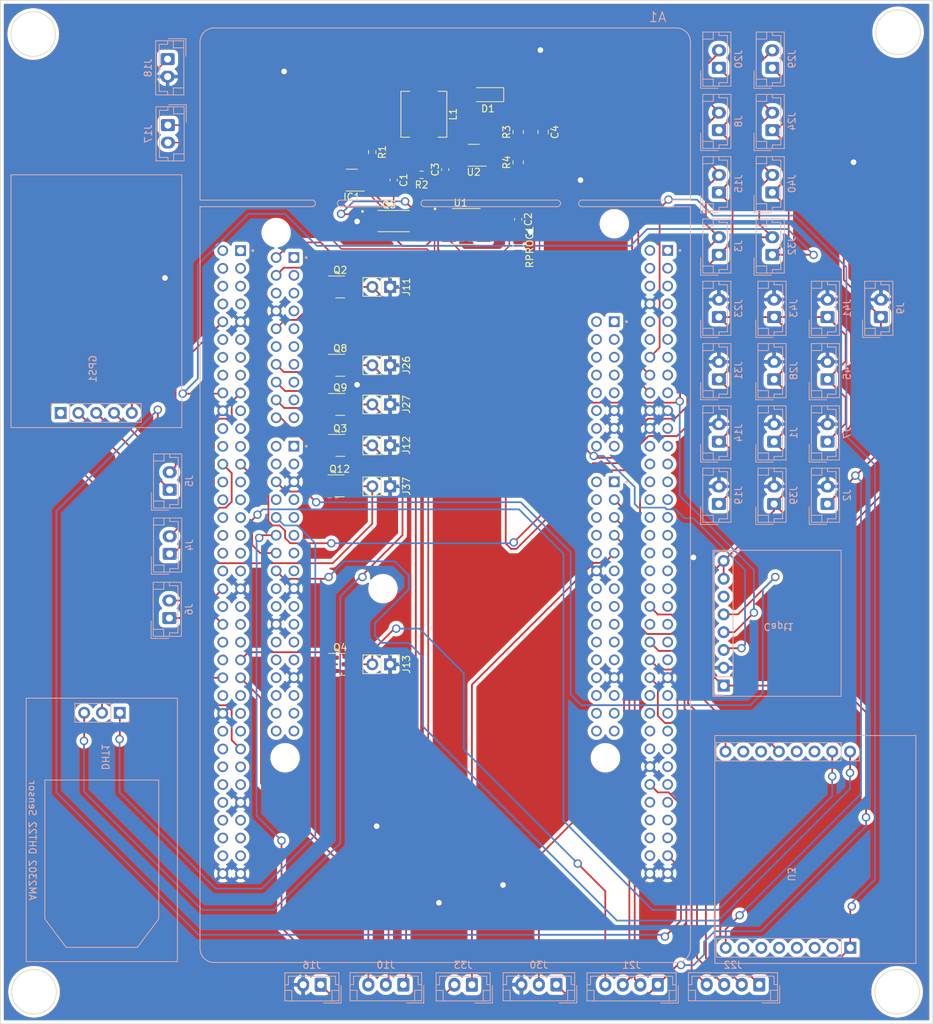
<source format=kicad_pcb>
(kicad_pcb (version 20211014) (generator pcbnew)
  (layers (0 "F.Cu" signal) (31 "B.Cu" signal) (34 "B.Paste" user) (35 "F.Paste" user) (36 "B.SilkS" user "B.Silkscreen") (37 "F.SilkS" user "F.Silkscreen") (38 "B.Mask" user) (39 "F.Mask" user) (44 "Edge.Cuts" user))
  (net 0 "")
  (net 8 "panneau_solaire_-")
  (net 13 "Hard_Reset_In")
  (net 15 "+3.3V")
  (net 17 "VOUT_+")
  (net 37 "Reprogrammation")
  (net 57 "UART3_RX")
  (net 76 "Anémomètre_Phase_1")
  (net 78 "Anémomètre_Phase_2")
  (net 80 "Signal_Foudre")
  (net 82 "Pluviomètre_Mesure")
  (net 101 "I2C1_SCL")
  (net 106 "Wake_css")
  (net 110 "Custom_DHT")
  (net 112 "Pluviomètre_Trigger")
  (net 114 "UART_STM_TX_ESP_RX")
  (net 116 "UART_STM_RX_ESP_TX")
  (net 131 "I2C1_SDA")
  (net 136 "GND_ESP")
  (net 139 "Alimentation_Pluviomètre")
  (net 141 "Alimentation_Sky_Temperature")
  (net 143 "Alimentation_DHT")
  (net 145 "Alimentation_GPS")
  (net 156 "UART3_TX")
  (net 163 "UART1_TX")
  (net 164 "I2C2_SDA")
  (net 170 "I2C2_SCL")
  (net 171 "UART1_RX")
  (net 184 "UART7_TX")
  (net 188 "UART7_RX")
  (net 191 "GND_Anémomètre")
  (net 193 "UART_STM_RX_GPS_TX")
  (net 199 "UART_STM_TX_GPS_RX")
  (net 212 "Net-(C1-Pad1)")
  (net 213 "BATTERIE_-")
  (net 214 "panneau_solaire_+")
  (net 215 "BATTERIE_+")
  (net 217 "GND_DHT")
  (net 219 "GND_GPS")
  (net 220 "Net-(IC1-Pad1)")
  (net 221 "Net-(IC1-Pad2)")
  (net 222 "Net-(IC1-Pad3)")
  (net 224 "GND_Pluviomètre")
  (net 225 "GND_Sky_Temperature")
  (net 226 "Alimentation_ESP")
  (net 227 "Alimentation_Anémomètre")
  (net 228 "unconnected-(Q5-Pad1)")
  (net 229 "Net-(R3-Pad1)")
  (net 230 "Net-(RPROG1-Pad2)")
  (net 233 "Net-(U2-Pad1)")
  (net 244 "Ack_UV")
  (net 246 "SPI4_MOSI")
  (net 247 "SPI4_MISO")
  (net 248 "SPI4_CS")
  (net 249 "SPI4_SCK")
  (footprint "Capacitor_SMD:C_0603_1608Metric" (layer "F.Cu") (at 82.1755 45.989 -90)
    (fp_text reference "C1")
    (fp_text value "0.1uF")
  )
  (footprint "Resistor_SMD:R_0603_1608Metric" (layer "F.Cu") (at 79.1275 41.988 -90)
    (fp_text reference "R1")
    (fp_text value "1K")
  )
  (footprint "Connector_PinHeader_2.54mm:PinHeader_1x02_P2.54mm_Vertical" (layer "F.Cu") (at 81.6725 72.405 -90)
    (fp_text reference "J26")
    (fp_text value "Transistor_Bypass")
  )
  (footprint "Connector_PinHeader_2.54mm:PinHeader_1x02_P2.54mm_Vertical" (layer "F.Cu") (at 81.6725 115.077 -90)
    (fp_text reference "J13")
    (fp_text value "Transistor_Bypass")
  )
  (footprint "Inductor_SMD:L_Vishay_IHLP-2525" (layer "F.Cu") (at 86.4935 36.591 -90)
    (fp_text reference "L1")
    (fp_text value "4.7uH")
  )
  (footprint "Package_TO_SOT_SMD:SOT-23-6" (layer "F.Cu") (at 76.212 45.989 180)
    (property "VALUE" "DW01A")
    (fp_text reference "IC1")
    (fp_text value "DW01A")
  )
  (footprint "Connector_PinHeader_2.54mm:PinHeader_1x02_P2.54mm_Vertical" (layer "F.Cu") (at 81.6725 61.229 -90)
    (fp_text reference "J11")
    (fp_text value "Transistor_Bypass")
  )
  (footprint "Capacitor_SMD:C_0603_1608Metric" (layer "F.Cu") (at 99.9555 51.577 -90)
    (fp_text reference "C2")
    (fp_text value "0.1uF")
  )
  (footprint "Package_TO_SOT_SMD:SOT-23" (layer "F.Cu") (at 74.5555 83.835)
    (fp_text reference "Q3")
    (fp_text value "DHT")
  )
  (footprint "Package_TO_SOT_SMD:SOT-23" (layer "F.Cu") (at 74.5555 61.229)
    (fp_text reference "Q2")
    (fp_text value "ESP")
  )
  (footprint "Package_TO_SOT_SMD:SOT-23" (layer "F.Cu") (at 74.5555 77.993)
    (fp_text reference "Q9")
    (fp_text value "Sky_Temperature")
  )
  (footprint "TP4056:SOP127P600X175-9N" (layer "F.Cu") (at 92.5365 52.593)
    (fp_text reference "U1")
    (fp_text value "TP4056")
  )
  (footprint "FS8205A:SOP65P640X120-8N" (layer "F.Cu") (at 82.1755 51.831)
    (fp_text reference "Q5")
    (fp_text value "FS8205A")
  )
  (footprint "Connector_PinHeader_2.54mm:PinHeader_1x02_P2.54mm_Vertical" (layer "F.Cu") (at 81.6725 77.993 -90)
    (fp_text reference "J27")
    (fp_text value "Transistor_Bypass")
  )
  (footprint "Resistor_SMD:R_0805_2012Metric" (layer "F.Cu") (at 99.9555 55.5375 -90)
    (fp_text reference "RPROG1")
    (fp_text value "1.2K")
  )
  (footprint "Package_TO_SOT_SMD:SOT-23" (layer "F.Cu") (at 74.5555 115.077)
    (fp_text reference "Q4")
    (fp_text value "Anémomètre")
  )
  (footprint "Diode_SMD:D_SOD-123" (layer "F.Cu") (at 95.6375 33.797 180)
    (fp_text reference "D1")
    (fp_text value "1N4001")
  )
  (footprint "Resistor_SMD:R_0805_2012Metric" (layer "F.Cu") (at 99.9555 43.449 90)
    (fp_text reference "R4")
    (fp_text value "1.87K")
  )
  (footprint "Package_TO_SOT_SMD:SOT-23" (layer "F.Cu") (at 74.5555 72.405)
    (fp_text reference "Q8")
    (fp_text value "Pluviomètre")
  )
  (footprint "Connector_PinHeader_2.54mm:PinHeader_1x02_P2.54mm_Vertical" (layer "F.Cu") (at 81.6725 89.677 -90)
    (fp_text reference "J37")
    (fp_text value "Transistor_Bypass")
  )
  (footprint "Capacitor_SMD:C_0603_1608Metric" (layer "F.Cu") (at 89.5415 44.478 90)
    (fp_text reference "C3")
    (fp_text value "10uF")
  )
  (footprint "Connector_PinHeader_2.54mm:PinHeader_1x02_P2.54mm_Vertical" (layer "F.Cu") (at 81.6675 83.835 -90)
    (fp_text reference "J12")
    (fp_text value "Transistor_Bypass")
  )
  (footprint "Capacitor_SMD:C_0805_2012Metric" (layer "F.Cu") (at 103.5115 39.131 -90)
    (fp_text reference "C4")
    (fp_text value "22uF")
  )
  (footprint "Package_TO_SOT_SMD:SOT-23" (layer "F.Cu") (at 74.477 89.611)
    (fp_text reference "Q12")
    (fp_text value "GPS")
  )
  (footprint "Resistor_SMD:R_0603_1608Metric" (layer "F.Cu") (at 86.1765 45.227 180)
    (fp_text reference "R2")
    (fp_text value "100")
  )
  (footprint "Resistor_SMD:R_0805_2012Metric" (layer "F.Cu") (at 99.9555 39.131 90)
    (fp_text reference "R3")
    (fp_text value "5.62K")
  )
  (footprint "Package_TO_SOT_SMD:TSOT-23-5" (layer "F.Cu") (at 93.6055 42.433 180)
    (fp_text reference "U2")
    (fp_text value "MIC2288YD5-TR")
  )
  (footprint "Connector_JST:JST_EH_B2B-EH-A_1x02_P2.50mm_Vertical" (layer "B.Cu") (at 144.1055 92.197 90)
    (fp_text reference "J2")
    (fp_text value "3.3V")
  )
  (footprint "Connector_JST:JST_EH_B2B-EH-A_1x02_P2.50mm_Vertical" (layer "B.Cu") (at 128.6115 56.637 90)
    (fp_text reference "J3")
    (fp_text value "I2C1")
  )
  (footprint "Connector_JST:JST_EH_B2B-EH-A_1x02_P2.50mm_Vertical" (layer "B.Cu") (at 136.2315 47.747 90)
    (fp_text reference "J40")
    (fp_text value "I2C2")
  )
  (footprint "Connector_JST:JST_EH_B2B-EH-A_1x02_P2.50mm_Vertical" (layer "B.Cu") (at 144.1055 74.417 90)
    (fp_text reference "J45")
    (fp_text value "5V")
  )
  (footprint "Connector_JST:JST_EH_B2B-EH-A_1x02_P2.50mm_Vertical" (layer "B.Cu") (at 128.6115 65.527 90)
    (fp_text reference "J23")
    (fp_text value "5V")
  )
  (footprint "Connector_JST:JST_EH_B2B-EH-A_1x02_P2.50mm_Vertical" (layer "B.Cu") (at 136.4855 83.307 90)
    (fp_text reference "J1")
    (fp_text value "5V")
  )
  (footprint "Connector_JST:JST_EH_B3B-EH-A_1x03_P2.50mm_Vertical" (layer "B.Cu") (at 83.566 160.782 180)
    (fp_text reference "J10")
    (fp_text value "PCB_Déporté")
  )
  (footprint "Capteur_station:DHT" (layer "B.Cu") (at 40.5195 128.285 90)
    (fp_text reference "DHT1")
    (fp_text value "DHT22")
  )
  (footprint "Connector_JST:JST_EH_B2B-EH-A_1x02_P2.50mm_Vertical" (layer "B.Cu") (at 50.1715 108.473 90)
    (fp_text reference "J6")
    (fp_text value "UART7")
  )
  (footprint "Connector_JST:JST_EH_B2B-EH-A_1x02_P2.50mm_Vertical" (layer "B.Cu") (at 136.2315 38.857 90)
    (fp_text reference "J24")
    (fp_text value "I2C2")
  )
  (footprint "FootPrint:ST_NUCLEO-F767ZI" (layer "B.Cu") (at 89.5415 90.947 180)
    (fp_text reference "A1")
    (fp_text value "NUCLEO-F767ZI")
  )
  (footprint "Connector_JST:JST_EH_B3B-EH-A_1x03_P2.50mm_Vertical" (layer "B.Cu") (at 105.41 160.782 180)
    (fp_text reference "J30")
    (fp_text value "Foudre")
  )
  (footprint "Connector_JST:JST_EH_B2B-EH-A_1x02_P2.50mm_Vertical" (layer "B.Cu") (at 128.6115 47.747 90)
    (fp_text reference "J15")
    (fp_text value "I2C1")
  )
  (footprint "Connector_JST:JST_EH_B2B-EH-A_1x02_P2.50mm_Vertical" (layer "B.Cu") (at 136.2315 29.967 90)
    (fp_text reference "J29")
    (fp_text value "I2C2")
  )
  (footprint "Connector_JST:JST_EH_B2B-EH-A_1x02_P2.50mm_Vertical" (layer "B.Cu") (at 93.3515 160.797 180)
    (fp_text reference "J33")
    (fp_text value "Pluviomètre")
  )
  (footprint "Connector_JST:JST_EH_B2B-EH-A_1x02_P2.50mm_Vertical" (layer "B.Cu") (at 71.7615 160.797 180)
    (fp_text reference "J16")
    (fp_text value "Hard_Reset")
  )
  (footprint "Connector_JST:JST_EH_B2B-EH-A_1x02_P2.50mm_Vertical" (layer "B.Cu") (at 136.4855 74.417 90)
    (fp_text reference "J28")
    (fp_text value "5V")
  )
  (footprint "Connector_JST:JST_EH_B2B-EH-A_1x02_P2.50mm_Vertical" (layer "B.Cu") (at 128.6115 38.857 90)
    (fp_text reference "J8")
    (fp_text value "I2C1")
  )
  (footprint "Connector_JST:JST_EH_B2B-EH-A_1x02_P2.50mm_Vertical" (layer "B.Cu") (at 136.2315 56.637 90)
    (fp_text reference "J32")
    (fp_text value "I2C2")
  )
  (footprint "Connector_JST:JST_EH_B2B-EH-A_1x02_P2.50mm_Vertical" (layer "B.Cu") (at 128.6115 29.967 90)
    (fp_text reference "J20")
    (fp_text value "I2C1")
  )
  (footprint "Connector_JST:JST_EH_B2B-EH-A_1x02_P2.50mm_Vertical" (layer "B.Cu") (at 151.7255 65.527 90)
    (fp_text reference "J9")
    (fp_text value "3.3V")
  )
  (footprint "Connector_JST:JST_EH_B2B-EH-A_1x02_P2.50mm_Vertical" (layer "B.Cu") (at 49.9175 28.717 -90)
    (fp_text reference "J18")
    (fp_text value "Panneau_Solaire")
  )
  (footprint "Connector_JST:JST_EH_B2B-EH-A_1x02_P2.50mm_Vertical" (layer "B.Cu") (at 50.2175 90.165 90)
    (fp_text reference "J5")
    (fp_text value "UART3")
  )
  (footprint "Capteur_station:AQHT" (layer "B.Cu") (at 137.16 109.22)
    (fp_text reference "Capt1")
    (fp_text value "CJMCU-8128")
  )
  (footprint "Connector_JST:JST_EH_B4B-EH-A_1x04_P2.50mm_Vertical" (layer "B.Cu") (at 119.888 160.797 180)
    (fp_text reference "J21")
    (fp_text value "Anémomètre")
  )
  (footprint "Connector_JST:JST_EH_B2B-EH-A_1x02_P2.50mm_Vertical" (layer "B.Cu") (at 50.2175 99.309 90)
    (fp_text reference "J4")
    (fp_text value "UART1")
  )
  (footprint "Connector_JST:JST_EH_B2B-EH-A_1x02_P2.50mm_Vertical" (layer "B.Cu") (at 136.4855 65.527 90)
    (fp_text reference "J43")
    (fp_text value "5V")
  )
  (footprint "Connector_JST:JST_EH_B2B-EH-A_1x02_P2.50mm_Vertical" (layer "B.Cu") (at 144.1055 83.307 90)
    (fp_text reference "J7")
    (fp_text value "5V")
  )
  (footprint "Connector_JST:JST_EH_B2B-EH-A_1x02_P2.50mm_Vertical" (layer "B.Cu") (at 136.4855 92.197 90)
    (fp_text reference "J39")
    (fp_text value "5V")
  )
  (footprint "Connector_JST:JST_EH_B2B-EH-A_1x02_P2.50mm_Vertical" (layer "B.Cu") (at 128.6115 74.417 90)
    (fp_text reference "J31")
    (fp_text value "5V")
  )
  (footprint "Capteur_station:GPS" (layer "B.Cu") (at 39.7575 72.913 -90)
    (fp_text reference "GPS1")
    (fp_text value "Neo-6M")
  )
  (footprint "ESP82:ESP8233" (layer "B.Cu") (at 138.4365 141.493 90)
    (fp_text reference "U3")
    (fp_text value "ESP8266-12E/ESP-12E")
  )
  (footprint "Connector_JST:JST_EH_B2B-EH-A_1x02_P2.50mm_Vertical" (layer "B.Cu") (at 49.9635 38.135 -90)
    (fp_text reference "J17")
    (fp_text value "Batterie")
  )
  (footprint "Connector_JST:JST_EH_B4B-EH-A_1x04_P2.50mm_Vertical" (layer "B.Cu") (at 134.366 160.782 180)
    (fp_text reference "J22")
    (fp_text value "SPI4")
  )
  (footprint "Connector_JST:JST_EH_B2B-EH-A_1x02_P2.50mm_Vertical" (layer "B.Cu") (at 128.6115 83.307 90)
    (fp_text reference "J14")
    (fp_text value "5V")
  )
  (footprint "Connector_JST:JST_EH_B2B-EH-A_1x02_P2.50mm_Vertical" (layer "B.Cu") (at 144.1055 65.527 90)
    (fp_text reference "J41")
    (fp_text value "5V")
  )
  (footprint "Connector_JST:JST_EH_B2B-EH-A_1x02_P2.50mm_Vertical" (layer "B.Cu") (at 128.6115 92.197 90)
    (fp_text reference "J19")
    (fp_text value "5V")
  )
  (gr_circle (center 30.85339 161.798) (end 33.64739 160.274) (layer "Edge.Cuts") (width 0.1) (fill none))
  (gr_circle (center 154.04339 161.798) (end 156.83739 160.274) (layer "Edge.Cuts") (width 0.1) (fill none))
  (gr_rect (start 26.0415 20.335) (end 159.1375 166.385) (layer "Edge.Cuts") (width 0.1) (fill none))
  (gr_circle (center 154.178 24.892) (end 156.972 23.368) (layer "Edge.Cuts") (width 0.1) (fill none))
  (gr_circle (center 30.734 25.146) (end 33.528 23.622) (layer "Edge.Cuts") (width 0.1) (fill none))
  (segment (start 92.5365 52.286) (end 92.5365 52.593) (width 0.2) (layer "F.Cu") (net 8))
  (segment (start 79.2955 51.506) (end 77.9285 51.506) (width 0.2) (layer "F.Cu") (net 8))
  (segment (start 90.9385 50.688) (end 92.5365 52.286) (width 0.2) (layer "F.Cu") (net 8))
  (segment (start 90.1885 53.355) (end 91.7745 53.355) (width 0.2) (layer "F.Cu") (net 8))
  (segment (start 90.0615 53.228) (end 90.1885 53.355) (width 0.2) (layer "F.Cu") (net 8))
  (segment (start 90.0615 50.688) (end 90.9385 50.688) (width 0.2) (layer "F.Cu") (net 8))
  (segment (start 95.091896 42.433) (end 94.743 42.433) (width 0.2) (layer "F.Cu") (net 8))
  (segment (start 77.9285 51.506) (end 77.8575 51.577) (width 0.2) (layer "F.Cu") (net 8))
  (segment (start 91.7745 53.355) (end 92.5365 52.593) (width 0.2) (layer "F.Cu") (net 8))
  (via (at 103.124 27.432) (size 1.2) (drill 0.8) (layers "F.Cu" "B.Cu") (net 8))
  (via (at 76.962 75.184) (size 1.2) (drill 0.8) (layers "F.Cu" "B.Cu") (net 8))
  (via (at 76.962 51.8815) (size 1.2) (drill 0.8) (layers "F.Cu" "B.Cu") (net 8))
  (via (at 88.646 149.098) (size 1.2) (drill 0.8) (layers "F.Cu" "B.Cu") (net 8))
  (via (at 108.8455 45.989) (size 1.2) (drill 0.8) (layers "F.Cu" "B.Cu") (net 8))
  (via (at 147.828 43.434) (size 1.2) (drill 0.8) (layers "F.Cu" "B.Cu") (net 8))
  (via (at 66.548 30.48) (size 1.2) (drill 0.8) (layers "F.Cu" "B.Cu") (net 8))
  (via (at 101.7335 53.355) (size 1.2) (drill 0.8) (layers "F.Cu" "B.Cu") (net 8))
  (via (at 79.756 138.176) (size 1.2) (drill 0.8) (layers "F.Cu" "B.Cu") (net 8))
  (via (at 97.79 146.558) (size 1.2) (drill 0.8) (layers "F.Cu" "B.Cu") (net 8))
  (via (at 49.53 59.944) (size 1.2) (drill 0.8) (layers "F.Cu" "B.Cu") (net 8))
  (via (at 124.968 99.822) (size 1.2) (drill 0.8) (layers "F.Cu" "B.Cu") (net 8))
  (segment (start 120.142 69.8665) (end 120.142 50.038) (width 0.25) (layer "F.Cu") (net 13))
  (segment (start 147.3565 149.8235) (end 147.3565 155.523) (width 0.25) (layer "F.Cu") (net 13))
  (segment (start 118.7515 71.257) (end 120.142 69.8665) (width 0.25) (layer "F.Cu") (net 13))
  (segment (start 71.7615 160.797) (end 76.0795 165.115) (width 0.25) (layer "F.Cu") (net 13))
  (segment (start 76.0795 165.115) (end 137.7645 165.115) (width 0.25) (layer "F.Cu") (net 13))
  (segment (start 120.142 50.038) (end 121.412 48.768) (width 0.25) (layer "F.Cu") (net 13))
  (segment (start 137.7645 165.115) (end 147.3565 155.523) (width 0.25) (layer "F.Cu") (net 13))
  (segment (start 147.574 149.606) (end 147.3565 149.8235) (width 0.25) (layer "F.Cu") (net 13))
  (via (at 147.574 149.606) (size 1.2) (drill 0.8) (layers "F.Cu" "B.Cu") (net 13))
  (via (at 121.412 48.768) (size 1.2) (drill 0.8) (layers "F.Cu" "B.Cu") (net 13))
  (segment (start 139.446 51.054) (end 127.762 51.054) (width 0.25) (layer "B.Cu") (net 13))
  (segment (start 146.812 58.42) (end 139.446 51.054) (width 0.25) (layer "B.Cu") (net 13))
  (segment (start 146.812 82.55) (end 146.812 58.42) (width 0.25) (layer "B.Cu") (net 13))
  (segment (start 150.876 145.796) (end 150.876 86.614) (width 0.25) (layer "B.Cu") (net 13))
  (segment (start 125.476 48.768) (end 121.412 48.768) (width 0.25) (layer "B.Cu") (net 13))
  (segment (start 150.876 86.614) (end 146.812 82.55) (width 0.25) (layer "B.Cu") (net 13))
  (segment (start 127.762 51.054) (end 125.476 48.768) (width 0.25) (layer "B.Cu") (net 13))
  (segment (start 147.574 149.606) (end 147.574 149.098) (width 0.25) (layer "B.Cu") (net 13))
  (segment (start 147.574 149.098) (end 150.876 145.796) (width 0.25) (layer "B.Cu") (net 13))
  (segment (start 126.3715 24.145) (end 117.096772 33.419728) (width 0.25) (layer "F.Cu") (net 15))
  (segment (start 139.8335 46.751) (end 139.8335 27.193) (width 0.25) (layer "F.Cu") (net 15))
  (segment (start 151.7255 84.577) (end 151.7255 65.527) (width 0.25) (layer "F.Cu") (net 15))
  (segment (start 148.1645 88.138) (end 151.7255 84.577) (width 0.25) (layer "F.Cu") (net 15))
  (segment (start 146.4375 60.239) (end 146.4375 53.355) (width 0.25) (layer "F.Cu") (net 15))
  (segment (start 139.8335 27.193) (end 136.7855 24.145) (width 0.25) (layer "F.Cu") (net 15))
  (segment (start 148.082 88.2205) (end 144.1055 92.197) (width 0.25) (layer "F.Cu") (net 15))
  (segment (start 129.5765 152.8715) (end 131.572 150.876) (width 0.25) (layer "F.Cu") (net 15))
  (segment (start 148.082 88.138) (end 148.1645 88.138) (width 0.25) (layer "F.Cu") (net 15))
  (segment (start 117.096772 72.142272) (end 118.7515 73.797) (width 0.25) (layer "F.Cu") (net 15))
  (segment (start 148.082 88.138) (end 148.082 88.2205) (width 0.25) (layer "F.Cu") (net 15))
  (segment (start 117.096772 33.419728) (end 117.096772 72.142272) (width 0.25) (layer "F.Cu") (net 15))
  (segment (start 151.7255 65.527) (end 146.4375 60.239) (width 0.25) (layer "F.Cu") (net 15))
  (segment (start 136.7855 24.145) (end 126.3715 24.145) (width 0.25) (layer "F.Cu") (net 15))
  (segment (start 146.4375 53.355) (end 139.8335 46.751) (width 0.25) (layer "F.Cu") (net 15))
  (segment (start 129.5765 155.523) (end 129.5765 152.8715) (width 0.25) (layer "F.Cu") (net 15))
  (via (at 148.082 88.138) (size 1.2) (drill 0.8) (layers "F.Cu" "B.Cu") (net 15))
  (via (at 131.572 150.876) (size 1.2) (drill 0.8) (layers "F.Cu" "B.Cu") (net 15))
  (segment (start 148.082 88.138) (end 148.88525 88.94125) (width 0.25) (layer "B.Cu") (net 15))
  (segment (start 148.88525 133.56275) (end 131.572 150.876) (width 0.25) (layer "B.Cu") (net 15))
  (segment (start 148.88525 88.94125) (end 148.88525 133.56275) (width 0.25) (layer "B.Cu") (net 15))
  (segment (start 139.8075 95.519) (end 147.1995 95.519) (width 0.25) (layer "F.Cu") (net 17))
  (segment (start 128.6115 65.527) (end 136.4855 65.527) (width 0.25) (layer "F.Cu") (net 17))
  (segment (start 136.4855 65.527) (end 139.0715 68.113) (width 0.25) (layer "F.Cu") (net 17))
  (segment (start 130.6895 90.119) (end 128.6115 92.197) (width 0.25) (layer "F.Cu") (net 17))
  (segment (start 128.6115 83.307) (end 129.1455 83.307) (width 0.25) (layer "F.Cu") (net 17))
  (segment (start 125.8635 23.129) (end 110.8115 38.181) (width 0.25) (layer "F.Cu") (net 17))
  (segment (start 130.9435 72.085) (end 128.6115 74.417) (width 0.25) (layer "F.Cu") (net 17))
  (segment (start 119.888 160.782) (end 119.888 160.797) (width 0.25) (layer "F.Cu") (net 17))
  (segment (start 144.1055 74.417) (end 146.6915 77.003) (width 0.25) (layer "F.Cu") (net 17))
  (segment (start 130.9435 67.833) (end 130.9435 72.085) (width 0.25) (layer "F.Cu") (net 17))
  (segment (start 40.5495 90.469) (end 31.6295 81.549) (width 0.25) (layer "F.Cu") (net 17))
  (segment (start 126.6255 115.585) (end 126.6255 102.9905) (width 0.25) (layer "F.Cu") (net 17))
  (segment (start 46.1075 26.685) (end 49.1555 23.637) (width 0.25) (layer "F.Cu") (net 17))
  (segment (start 49.1555 23.637) (end 87.1275 23.637) (width 0.25) (layer "F.Cu") (net 17))
  (segment (start 144.1315 65.527) (end 146.6915 68.087) (width 0.25) (layer "F.Cu") (net 17))
  (segment (start 149.606 131.079) (end 149.606 131.064) (width 0.25) (layer "F.Cu") (net 17))
  (segment (start 154.3115 68.087) (end 154.3115 40.147) (width 0.25) (layer "F.Cu") (net 17))
  (segment (start 87.1275 23.637) (end 97.2875 33.797) (width 0.25) (layer "F.Cu") (net 17))
  (segment (start 103.5115 38.181) (end 109.7955 38.181) (width 0.25) (layer "F.Cu") (net 17))
  (segment (start 103.474 38.2185) (end 103.5115 38.181) (width 0.25) (layer "F.Cu") (net 17))
  (segment (start 108.458 163.83) (end 116.855 163.83) (width 0.25) (layer "F.Cu") (net 17))
  (segment (start 146.6915 80.721) (end 144.1055 83.307) (width 0.25) (layer "F.Cu") (net 17))
  (segment (start 116.855 163.83) (end 119.888 160.797) (width 0.25) (layer "F.Cu") (net 17))
  (segment (start 122.682 157.988) (end 119.888 160.782) (width 0.25) (layer "F.Cu") (net 17))
  (segment (start 128.6115 65.527) (end 128.6375 65.527) (width 0.25) (layer "F.Cu") (net 17))
  (segment (start 137.2935 23.129) (end 125.8635 23.129) (width 0.25) (layer "F.Cu") (net 17))
  (segment (start 40.5495 121.995) (end 40.5495 90.469) (width 0.25) (layer "F.Cu") (net 17))
  (segment (start 31.6295 81.549) (end 31.6295 41.163) (width 0.25) (layer "F.Cu") (net 17))
  (segment (start 154.3115 40.147) (end 137.2935 23.129) (width 0.25) (layer "F.Cu") (net 17))
  (segment (start 145.796 118.11) (end 129.286 118.11) (width 0.25) (layer "F.Cu") (net 17))
  (segment (start 146.6915 71.831) (end 144.1055 74.417) (width 0.25) (layer "F.Cu") (net 17))
  (segment (start 99.9555 38.2185) (end 103.474 38.2185) (width 0.25) (layer "F.Cu") (net 17))
  (segment (start 97.2875 35.5505) (end 99.9555 38.2185) (width 0.25) (layer "F.Cu") (net 17))
  (segment (start 31.6295 41.163) (end 46.1075 26.685) (width 0.25) (layer "F.Cu") (net 17))
  (segment (start 136.4855 83.307) (end 138.5635 85.385) (width 0.25) (layer "F.Cu") (net 17))
  (segment (start 138.8175 76.749) (end 138.8175 80.975) (width 0.25) (layer "F.Cu") (net 17))
  (segment (start 110.8115 38.181) (end 109.7955 38.181) (width 0.25) (layer "F.Cu") (net 17))
  (segment (start 116.2115 73.797) (end 118.7515 76.337) (width 0.25) (layer "F.Cu") (net 17))
  (segment (start 136.4855 92.197) (end 139.8075 95.519) (width 0.25) (layer "F.Cu") (net 17))
  (segment (start 136.4855 93.1305) (end 136.4855 92.197) (width 0.25) (layer "F.Cu") (net 17))
  (segment (start 123.19 157.988) (end 122.682 157.988) (width 0.25) (layer "F.Cu") (net 17))
  (segment (start 130.9435 80.975) (end 128.6115 83.307) (width 0.25) (layer "F.Cu") (net 17))
  (segment (start 129.1455 83.307) (end 130.6895 84.851) (width 0.25) (layer "F.Cu") (net 17))
  (segment (start 147.1995 95.519) (end 152.7875 89.931) (width 0.25) (layer "F.Cu") (net 17))
  (segment (start 152.7875 89.931) (end 152.7875 69.611) (width 0.25) (layer "F.Cu") (net 17))
  (segment (start 44.8075 79.203) (end 44.8075 27.985) (width 0.25) (layer "F.Cu") (net 17))
  (segment (start 128.6375 65.527) (end 130.9435 67.833) (width 0.25) (layer "F.Cu") (net 17))
  (segment (start 149.606 131.064) (end 149.606 121.92) (width 0.25) (layer "F.Cu") (net 17))
  (segment (start 146.6915 77.003) (end 146.6915 80.721) (width 0.25) (layer "F.Cu") (net 17))
  (segment (start 116.2115 43.449) (end 116.2115 73.797) (width 0.25) (layer "F.Cu") (net 17))
  (segment (start 136.4855 65.527) (end 144.1055 65.527) (width 0.25) (layer "F.Cu") (net 17))
  (segment (start 129.286 102.87) (end 129.286 100.33) (width 0.25) (layer "F.Cu") (net 17))
  (segment (start 129.1505 118.11) (end 126.6255 115.585) (width 0.25) (layer "F.Cu") (net 17))
  (segment (start 136.4855 74.417) (end 138.8175 76.749) (width 0.25) (layer "F.Cu") (net 17))
  (segment (start 152.7875 69.611) (end 154.3115 68.087) (width 0.25) (layer "F.Cu") (net 17))
  (segment (start 44.8075 27.985) (end 46.1075 26.685) (width 0.25) (layer "F.Cu") (net 17))
  (segment (start 130.9435 76.749) (end 130.9435 80.975) (width 0.25) (layer "F.Cu") (net 17))
  (segment (start 129.286 100.33) (end 136.4855 93.1305) (width 0.25) (layer "F.Cu") (net 17))
  (segment (start 138.8175 80.975) (end 136.4855 83.307) (width 0.25) (layer "F.Cu") (net 17))
  (segment (start 130.6895 84.851) (end 130.6895 90.119) (width 0.25) (layer "F.Cu") (net 17))
  (segment (start 105.41 160.782) (end 108.458 163.83) (width 0.25) (layer "F.Cu") (net 17))
  (segment (start 110.9435 38.181) (end 116.2115 43.449) (width 0.25) (layer "F.Cu") (net 17))
  (segment (start 139.0715 68.113) (end 139.0715 71.831) (width 0.25) (layer "F.Cu") (net 17))
  (segment (start 109.7955 38.181) (end 110.9435 38.181) (width 0.25) (layer "F.Cu") (net 17))
  (segment (start 146.6915 68.087) (end 146.6915 71.831) (width 0.25) (layer "F.Cu") (net 17))
  (segment (start 139.0715 71.831) (end 136.4855 74.417) (width 0.25) (layer "F.Cu") (net 17))
  (segment (start 126.6255 102.9905) (end 129.286 100.33) (width 0.25) (layer "F.Cu") (net 17))
  (segment (start 129.286 118.11) (end 129.1505 118.11) (width 0.25) (layer "F.Cu") (net 17))
  (segment (start 149.606 121.92) (end 145.796 118.11) (width 0.25) (layer "F.Cu") (net 17))
  (segment (start 97.2875 33.797) (end 97.2875 35.5505) (width 0.25) (layer "F.Cu") (net 17))
  (segment (start 149.606 136.906) (end 149.606 131.064) (width 0.25) (layer "F.Cu") (net 17))
  (segment (start 128.6115 74.417) (end 130.9435 76.749) (width 0.25) (layer "F.Cu") (net 17))
  (segment (start 138.5635 85.385) (end 138.5635 90.119) (width 0.25) (layer "F.Cu") (net 17))
  (segment (start 144.1055 83.307) (end 144.6395 83.307) (width 0.25) (layer "F.Cu") (net 17))
  (segment (start 144.1055 65.527) (end 144.1315 65.527) (width 0.25) (layer "F.Cu") (net 17))
  (segment (start 138.5635 90.119) (end 136.4855 92.197) (width 0.25) (layer "F.Cu") (net 17))
  (via (at 123.19 157.988) (size 1.2) (drill 0.8) (layers "F.Cu" "B.Cu") (net 17))
  (via (at 149.606 136.906) (size 1.2) (drill 0.8) (layers "F.Cu" "B.Cu") (net 17))
  (segment (start 149.606 138.176) (end 149.606 136.906) (width 0.25) (layer "B.Cu") (net 17))
  (segment (start 126.492 156.497852) (end 126.492 154.686) (width 0.25) (layer "B.Cu") (net 17))
  (segment (start 128.016 153.162) (end 134.62 153.162) (width 0.25) (layer "B.Cu") (net 17))
  (segment (start 123.19 157.988) (end 125.001852 157.988) (width 0.25) (layer "B.Cu") (net 17))
  (segment (start 126.492 154.686) (end 128.016 153.162) (width 0.25) (layer "B.Cu") (net 17))
  (segment (start 125.001852 157.988) (end 126.492 156.497852) (width 0.25) (layer "B.Cu") (net 17))
  (segment (start 134.62 153.162) (end 149.606 138.176) (width 0.25) (layer "B.Cu") (net 17))
  (segment (start 133.5955 123.952) (end 130.302 123.952) (width 0.25) (layer "F.Cu") (net 37))
  (segment (start 124.968 118.618) (end 124.968 111.1335) (width 0.25) (layer "F.Cu") (net 37))
  (segment (start 121.7995 107.965) (end 119.8995 107.965) (width 0.25) (layer "F.Cu") (net 37))
  (segment (start 130.302 123.952) (end 124.968 118.618) (width 0.25) (layer "F.Cu") (net 37))
  (segment (start 124.968 111.1335) (end 121.7995 107.965) (width 0.25) (layer "F.Cu") (net 37))
  (segment (start 137.1665 127.523) (end 133.5955 123.952) (width 0.25) (layer "F.Cu") (net 37))
  (segment (start 119.8995 107.965) (end 118.7515 106.817) (width 0.25) (layer "F.Cu") (net 37))
  (segment (start 123.19 144.2755) (end 121.2915 142.377) (width 0.25) (layer "F.Cu") (net 57))
  (segment (start 123.19 151.638) (end 123.19 144.2755) (width 0.25) (layer "F.Cu") (net 57))
  (segment (start 120.904 153.924) (end 123.19 151.638) (width 0.25) (layer "F.Cu") (net 57))
  (segment (start 50.2175 90.165) (end 48.514 88.4615) (width 0.25) (layer "F.Cu") (net 57))
  (segment (start 48.514 88.4615) (end 48.514 78.74) (width 0.25) (layer "F.Cu") (net 57))
  (via (at 48.514 78.74) (size 1.2) (drill 0.8) (layers "F.Cu" "B.Cu") (net 57))
  (via (at 120.904 153.924) (size 1.2) (drill 0.8) (layers "F.Cu" "B.Cu") (net 57))
  (segment (start 34.036 93.218) (end 48.514 78.74) (width 0.25) (layer "B.Cu") (net 57))
  (segment (start 54.356 153.67) (end 34.036 133.35) (width 0.25) (layer "B.Cu") (net 57))
  (segment (start 34.036 133.35) (end 34.036 93.218) (width 0.25) (layer "B.Cu") (net 57))
  (segment (start 120.904 153.924) (end 120.65 153.67) (width 0.25) (layer "B.Cu") (net 57))
  (segment (start 120.65 153.67) (end 54.356 153.67) (width 0.25) (layer "B.Cu") (net 57))
  (segment (start 116.586 159.995) (end 116.586 94.4915) (width 0.25) (layer "F.Cu") (net 76))
  (segment (start 117.388 160.797) (end 116.586 159.995) (width 0.25) (layer "F.Cu") (net 76))
  (segment (start 116.586 94.4915) (end 113.6715 91.577) (width 0.25) (layer "F.Cu") (net 76))
  (segment (start 114.888 160.797) (end 115.824 159.861) (width 0.25) (layer "F.Cu") (net 78))
  (segment (start 115.824 159.861) (end 115.824 96.2695) (width 0.25) (layer "F.Cu") (net 78))
  (segment (start 115.824 96.2695) (end 113.6715 94.117) (width 0.25) (layer "F.Cu") (net 78))
  (segment (start 115.062 98.0475) (end 113.6715 96.657) (width 0.25) (layer "F.Cu") (net 80))
  (segment (start 115.062 130.302) (end 115.062 98.0475) (width 0.25) (layer "F.Cu") (net 80))
  (segment (start 102.91 160.782) (end 102.91 142.454) (width 0.25) (layer "F.Cu") (net 80))
  (segment (start 102.91 142.454) (end 115.062 130.302) (width 0.25) (layer "F.Cu") (net 80))
  (segment (start 110.728007 100.599) (end 112.2695 100.599) (width 0.25) (layer "F.Cu") (net 82))
  (segment (start 112.2695 100.599) (end 113.6715 99.197) (width 0.25) (layer "F.Cu") (net 82))
  (segment (start 93.3515 160.797) (end 93.3515 117.975507) (width 0.25) (layer "F.Cu") (net 82))
  (segment (start 93.3515 117.975507) (end 110.728007 100.599) (width 0.25) (layer "F.Cu") (net 82))
  (segment (start 84.7155 57.673) (end 104.7815 77.739) (width 0.25) (layer "F.Cu") (net 101))
  (segment (start 128.6115 44.927) (end 128.6115 45.247) (width 0.25) (layer "F.Cu") (net 101))
  (segment (start 104.7815 77.739) (end 122.8155 77.739) (width 0.25) (layer "F.Cu") (net 101))
  (segment (start 128.6115 36.291) (end 128.6115 36.357) (width 0.25) (layer "F.Cu") (net 101))
  (segment (start 128.6115 27.467) (end 128.6115 27.803827) (width 0.25) (layer "F.Cu") (net 101))
  (segment (start 128.6115 27.803827) (end 126.746 29.669327) (width 0.25) (layer "F.Cu") (net 101))
  (segment (start 128.6115 45.247) (end 126.746 47.1125) (width 0.25) (layer "F.Cu") (net 101))
  (segment (start 122.8155 77.739) (end 123.01025 77.54425) (width 0.25) (layer "F.Cu") (net 101))
  (segment (start 123.01025 77.54425) (end 123.0695 77.485) (width 0.25) (layer "F.Cu") (net 101))
  (segment (start 130.81 110.49) (end 129.286 110.49) (width 0.25) (layer "F.Cu") (net 101))
  (segment (start 65.4115 57.033) (end 67.5655 54.879) (width 0.25) (layer "F.Cu") (net 101))
  (segment (start 126.746 29.669327) (end 126.746 34.4255) (width 0.25) (layer "F.Cu") (net 101))
  (segment (start 74.5555 57.673) (end 84.7155 57.673) (width 0.25) (layer "F.Cu") (net 101))
  (segment (start 71.7615 54.879) (end 74.5555 57.673) (width 0.25) (layer "F.Cu") (net 101))
  (segment (start 123.0695 77.485) (end 123.0695 59.679) (width 0.25) (layer "F.Cu") (net 101))
  (segment (start 67.5655 54.879) (end 71.7615 54.879) (width 0.25) (layer "F.Cu") (net 101))
  (segment (start 123.0695 59.679) (end 128.6115 54.137) (width 0.25) (layer "F.Cu") (net 101))
  (segment (start 126.746 43.0615) (end 128.6115 44.927) (width 0.25) (layer "F.Cu") (net 101))
  (segment (start 133.604 107.696) (end 130.81 110.49) (width 0.25) (layer "F.Cu") (net 101))
  (segment (start 126.746 34.4255) (end 128.6115 36.291) (width 0.25) (layer "F.Cu") (net 101))
  (segment (start 126.746 52.2715) (end 128.6115 54.137) (width 0.25) (layer "F.Cu") (net 101))
  (segment (start 128.6115 36.357) (end 126.746 38.2225) (width 0.25) (layer "F.Cu") (net 101))
  (segment (start 126.746 38.2225) (end 126.746 43.0615) (width 0.25) (layer "F.Cu") (net 101))
  (segment (start 126.746 47.1125) (end 126.746 52.2715) (width 0.25) (layer "F.Cu") (net 101))
  (via (at 123.01025 77.54425) (size 1.2) (drill 0.8) (layers "F.Cu" "B.Cu") (net 101))
  (via (at 133.604 107.696) (size 1.2) (drill 0.8) (layers "F.Cu" "B.Cu") (net 101))
  (segment (start 133.604 101.6) (end 123.01025 91.00625) (width 0.25) (layer "B.Cu") (net 101))
  (segment (start 133.604 107.696) (end 133.604 101.6) (width 0.25) (layer "B.Cu") (net 101))
  (segment (start 123.01025 91.00625) (end 123.01025 77.54425) (width 0.25) (layer "B.Cu") (net 101))
  (segment (start 71.12 91.948) (end 69.596 90.424) (width 0.25) (layer "F.Cu") (net 106))
  (segment (start 69.596 90.424) (end 66.7985 90.424) (width 0.25) (layer "F.Cu") (net 106))
  (segment (start 131.318 107.95) (end 129.286 107.95) (width 0.25) (layer "F.Cu") (net 106))
  (segment (start 136.652 102.616) (end 131.318 107.95) (width 0.25) (layer "F.Cu") (net 106))
  (segment (start 66.7985 90.424) (end 65.4115 89.037) (width 0.25) (layer "F.Cu") (net 106))
  (via (at 136.652 102.616) (size 1.2) (drill 0.8) (layers "F.Cu" "B.Cu") (net 106))
  (via (at 71.12 91.948) (size 1.2) (drill 0.8) (layers "F.Cu" "B.Cu") (net 106))
  (segment (start 100.33 91.948) (end 71.12 91.948) (width 0.25) (layer "B.Cu") (net 106))
  (segment (start 108.966 120.904) (end 107.442 119.38) (width 0.25) (layer "B.Cu") (net 106))
  (segment (start 134.874 119.126) (end 133.096 120.904) (width 0.25) (layer "B.Cu") (net 106))
  (segment (start 136.652 102.616) (end 134.874 104.394) (width 0.25) (layer "B.Cu") (net 106))
  (segment (start 134.874 104.394) (end 134.874 119.126) (width 0.25) (layer "B.Cu") (net 106))
  (segment (start 133.096 120.904) (end 108.966 120.904) (width 0.25) (layer "B.Cu") (net 106))
  (segment (start 107.442 99.06) (end 100.33 91.948) (width 0.25) (layer "B.Cu") (net 106))
  (segment (start 107.442 119.38) (end 107.442 99.06) (width 0.25) (layer "B.Cu") (net 106))
  (segment (start 65.4115 89.5415) (end 65.4115 89.037) (width 0.25) (layer "B.Cu") (net 106))
  (segment (start 43.0895 125.715) (end 43.0595 125.745) (width 0.25) (layer "F.Cu") (net 110))
  (segment (start 43.0895 121.995) (end 43.0895 125.715) (width 0.25) (layer "F.Cu") (net 110))
  (via (at 43.0595 125.745) (size 1.2) (drill 0.8) (layers "F.Cu" "B.Cu") (net 110))
  (segment (start 68.4595 95.265) (end 66.5595 95.265) (width 0.25) (layer "B.Cu") (net 110))
  (segment (start 70.9995 139.461) (end 70.9995 97.805) (width 0.25) (layer "B.Cu") (net 110))
  (segment (start 56.7755 147.081) (end 63.3795 147.081) (width 0.25) (layer "B.Cu") (net 110))
  (segment (start 63.3795 147.081) (end 70.9995 139.461) (width 0.25) (layer "B.Cu") (net 110))
  (segment (start 70.9995 97.805) (end 68.4595 95.265) (width 0.25) (layer "B.Cu") (net 110))
  (segment (start 66.5595 95.265) (end 65.4115 94.117) (width 0.25) (layer "B.Cu") (net 110))
  (segment (start 43.0595 125.745) (end 43.0595 133.365) (width 0.25) (layer "B.Cu") (net 110))
  (segment (start 43.0595 133.365) (end 56.7755 147.081) (width 0.25) (layer "B.Cu") (net 110))
  (segment (start 88.0575 163.591) (end 90.8515 160.797) (width 0.25) (layer "F.Cu") (net 112))
  (segment (start 66.1735 140.223) (end 66.1735 152.669) (width 0.25) (layer "F.Cu") (net 112))
  (segment (start 66.1735 152.669) (end 77.0955 163.591) (width 0.25) (layer "F.Cu") (net 112))
  (segment (start 77.0955 163.591) (end 88.0575 163.591) (width 0.25) (layer "F.Cu") (net 112))
  (segment (start 63.363 96.657) (end 65.4115 96.657) (width 0.25) (layer "F.Cu") (net 112))
  (segment (start 62.992 97.028) (end 63.363 96.657) (width 0.25) (layer "F.Cu") (net 112))
  (via (at 62.992 97.028) (size 1.2) (drill 0.8) (layers "F.Cu" "B.Cu") (net 112))
  (via (at 66.1735 140.223) (size 1.2) (drill 0.8) (layers "F.Cu" "B.Cu") (net 112))
  (segment (start 62.6175 136.667) (end 66.1735 140.223) (width 0.25) (layer "B.Cu") (net 112))
  (segment (start 62.6175 97.4025) (end 62.6175 136.667) (width 0.25) (layer "B.Cu") (net 112))
  (segment (start 62.992 97.028) (end 62.6175 97.4025) (width 0.25) (layer "B.Cu") (net 112))
  (segment (start 144.7865 131.0575) (end 144.7865 127.523) (width 0.25) (layer "F.Cu") (net 114))
  (segment (start 63.129 99.197) (end 61.976 98.044) (width 0.25) (layer "F.Cu") (net 114))
  (segment (start 65.4115 99.197) (end 63.129 99.197) (width 0.25) (layer "F.Cu") (net 114))
  (segment (start 144.78 131.064) (end 144.7865 131.0575) (width 0.25) (layer "F.Cu") (net 114))
  (segment (start 61.976 98.044) (end 61.976 94.488) (width 0.25) (layer "F.Cu") (net 114))
  (segment (start 61.976 94.488) (end 62.738 93.726) (width 0.25) (layer "F.Cu") (net 114))
  (via (at 62.738 93.726) (size 1.2) (drill 0.8) (layers "F.Cu" "B.Cu") (net 114))
  (via (at 144.78 131.064) (size 1.2) (drill 0.8) (layers "F.Cu" "B.Cu") (net 114))
  (segment (start 144.7865 133.8515) (end 144.78 133.845) (width 0.25) (layer "B.Cu") (net 114))
  (segment (start 106.426 99.314) (end 106.426 137.414) (width 0.25) (layer "B.Cu") (net 114))
  (segment (start 128.524 150.114) (end 144.7865 133.8515) (width 0.25) (layer "B.Cu") (net 114))
  (segment (start 62.738 93.726) (end 63.5 92.964) (width 0.25) (layer "B.Cu") (net 114))
  (segment (start 100.076 92.964) (end 106.426 99.314) (width 0.25) (layer "B.Cu") (net 114))
  (segment (start 106.426 137.414) (end 119.126 150.114) (width 0.25) (layer "B.Cu") (net 114))
  (segment (start 119.126 150.114) (end 128.524 150.114) (width 0.25) (layer "B.Cu") (net 114))
  (segment (start 63.5 92.964) (end 100.076 92.964) (width 0.25) (layer "B.Cu") (net 114))
  (segment (start 144.78 133.845) (end 144.78 131.064) (width 0.25) (layer "B.Cu") (net 114))
  (segment (start 66.5445 102.87) (end 65.4115 101.737) (width 0.25) (layer "F.Cu") (net 116))
  (segment (start 72.644 102.87) (end 66.5445 102.87) (width 0.25) (layer "F.Cu") (net 116))
  (segment (start 147.3265 130.0415) (end 147.3265 127.523) (width 0.25) (layer "F.Cu") (net 116))
  (segment (start 72.898 102.616) (end 72.644 102.87) (width 0.25) (layer "F.Cu") (net 116))
  (segment (start 147.32 130.048) (end 147.3265 130.0415) (width 0.25) (layer "F.Cu") (net 116))
  (segment (start 147.32 130.556) (end 147.32 130.048) (width 0.25) (layer "F.Cu") (net 116))
  (segment (start 147.3265 130.2955) (end 147.3265 130.0415) (width 0.25) (layer "F.Cu") (net 116))
  (via (at 147.32 130.556) (size 1.2) (drill 0.8) (layers "F.Cu" "B.Cu") (net 116))
  (via (at 72.898 102.616) (size 1.2) (drill 0.8) (layers "F.Cu" "B.Cu") (net 116))
  (segment (start 128.524 151.638) (end 147.32 132.842) (width 0.25) (layer "B.Cu") (net 116))
  (segment (start 84.328 104.394) (end 84.328 102.362) (width 0.25) (layer "B.Cu") (net 116))
  (segment (start 86.36 114.046) (end 84.328 112.014) (width 0.25) (layer "B.Cu") (net 116))
  (segment (start 82.348 100.382) (end 75.132 100.382) (width 0.25) (layer "B.Cu") (net 116))
  (segment (start 79.502 110.998) (end 79.502 109.22) (width 0.25) (layer "B.Cu") (net 116))
  (segment (start 118.872 151.638) (end 128.524 151.638) (width 0.25) (layer "B.Cu") (net 116))
  (segment (start 114.046 151.638) (end 86.36 123.952) (width 0.25) (layer "B.Cu") (net 116))
  (segment (start 80.518 112.014) (end 79.502 110.998) (width 0.25) (layer "B.Cu") (net 116))
  (segment (start 84.328 112.014) (end 80.518 112.014) (width 0.25) (layer "B.Cu") (net 116))
  (segment (start 118.872 151.638) (end 114.046 151.638) (width 0.25) (layer "B.Cu") (net 116))
  (segment (start 79.502 109.22) (end 84.328 104.394) (width 0.25) (layer "B.Cu") (net 116))
  (segment (start 86.36 123.952) (end 86.36 114.046) (width 0.25) (layer "B.Cu") (net 116))
  (segment (start 147.32 132.842) (end 147.32 130.556) (width 0.25) (layer "B.Cu") (net 116))
  (segment (start 84.328 102.362) (end 82.348 100.382) (width 0.25) (layer "B.Cu") (net 116))
  (segment (start 75.132 100.382) (end 72.898 102.616) (width 0.25) (layer "B.Cu") (net 116))
  (segment (start 122.3075 80.025) (end 124.0855 78.247) (width 0.25) (layer "F.Cu") (net 131))
  (segment (start 130.556 49.6915) (end 128.6115 47.747) (width 0.25) (layer "F.Cu") (net 131))
  (segment (start 66.5015 58.483) (end 73.231251 58.483) (width 0.25) (layer "F.Cu") (net 131))
  (segment (start 124.0855 61.163) (end 128.6115 56.637) (width 0.25) (layer "F.Cu") (net 131))
  (segment (start 130.556 40.8015) (end 128.6115 38.857) (width 0.25) (layer "F.Cu") (net 131))
  (segment (start 117.283636 82.508864) (end 117.283636 81.238864) (width 0.25) (layer "F.Cu") (net 131))
  (segment (start 110.67625 85.41175) (end 110.744 85.344) (width 0.25) (layer "F.Cu") (net 131))
  (segment (start 65.4115 59.573) (end 66.5015 58.483) (width 0.25) (layer "F.Cu") (net 131))
  (segment (start 84.2075 58.943) (end 110.67625 85.41175) (width 0.25) (layer "F.Cu") (net 131))
  (segment (start 117.283636 81.238864) (end 118.4975 80.025) (width 0.25) (layer "F.Cu") (net 131))
  (segment (start 128.6115 38.857) (end 130.556 36.9125) (width 0.25) (layer "F.Cu") (net 131))
  (segment (start 110.67625 85.41175) (end 110.8775 85.613) (width 0.25) (layer "F.Cu") (net 131))
  (segment (start 124.0855 78.247) (end 124.0855 61.163) (width 0.25) (layer "F.Cu") (net 131))
  (segment (start 130.556 36.9125) (end 130.556 31.9115) (width 0.25) (layer "F.Cu") (net 131))
  (segment (start 129.54 112.776) (end 129.286 113.03) (width 0.25) (layer "F.Cu") (net 131))
  (segment (start 118.4975 80.025) (end 122.3075 80.025) (width 0.25) (layer "F.Cu") (net 131))
  (segment (start 114.1795 85.613) (end 117.283636 82.508864) (width 0.25) (layer "F.Cu") (net 131))
  (segment (start 130.556 54.6925) (end 130.556 49.6915) (width 0.25) (layer "F.Cu") (net 131))
  (segment (start 128.6115 47.747) (end 130.556 45.8025) (width 0.25) (layer "F.Cu") (net 131))
  (segment (start 128.6115 56.637) (end 130.556 54.6925) (width 0.25) (layer "F.Cu") (net 131))
  (segment (start 130.556 31.9115) (end 128.6115 29.967) (width 0.25) (layer "F.Cu") (net 131))
  (segment (start 73.691251 58.943) (end 84.2075 58.943) (width 0.25) (layer "F.Cu") (net 131))
  (segment (start 131.826 112.776) (end 129.54 112.776) (width 0.25) (layer "F.Cu") (net 131))
  (segment (start 110.8775 85.613) (end 114.1795 85.613) (width 0.25) (layer "F.Cu") (net 131))
  (segment (start 130.556 45.8025) (end 130.556 40.8015) (width 0.25) (layer "F.Cu") (net 131))
  (segment (start 73.231251 58.483) (end 73.691251 58.943) (width 0.25) (layer "F.Cu") (net 131))
  (via (at 110.744 85.344) (size 1.2) (drill 0.8) (layers "F.Cu" "B.Cu") (net 131))
  (via (at 131.826 112.776) (size 1.2) (drill 0.8) (layers "F.Cu" "B.Cu") (net 131))
  (segment (start 132.338299 101.604299) (end 124.968 94.234) (width 0.25) (layer "B.Cu") (net 131))
  (segment (start 116.586 89.7715) (end 112.1585 85.344) (width 0.25) (layer "B.Cu") (net 131))
  (segment (start 123.698 94.234) (end 122.428 92.964) (width 0.25) (layer "B.Cu") (net 131))
  (segment (start 132.338299 112.263701) (end 132.338299 101.604299) (width 0.25) (layer "B.Cu") (net 131))
  (segment (start 121.158 92.964) (end 120.906772 92.712772) (width 0.25) (layer "B.Cu") (net 131))
  (segment (start 131.826 112.776) (end 132.338299 112.263701) (width 0.25) (layer "B.Cu") (net 131))
  (segment (start 116.586 92.202) (end 116.586 89.7715) (width 0.25) (layer "B.Cu") (net 131))
  (segment (start 120.906772 92.712772) (end 117.096772 92.712772) (width 0.25) (layer "B.Cu") (net 131))
  (segment (start 124.968 94.234) (end 123.698 94.234) (width 0.25) (layer "B.Cu") (net 131))
  (segment (start 117.096772 92.712772) (end 116.586 92.202) (width 0.25) (layer "B.Cu") (net 131))
  (segment (start 122.428 92.964) (end 121.158 92.964) (width 0.25) (layer "B.Cu") (net 131))
  (segment (start 112.1585 85.344) (end 110.744 85.344) (width 0.25) (layer "B.Cu") (net 131))
  (segment (start 99.703648 98.603) (end 98.937352 98.603) (width 0.25) (layer "F.Cu") (net 136))
  (segment (start 117.348 109.728) (end 117.348 88.646) (width 0.25) (layer "F.Cu") (net 136))
  (segment (start 116.093 87.391) (end 110.915648 87.391) (width 0.25) (layer "F.Cu") (net 136))
  (segment (start 118.364 110.744) (end 117.348 109.728) (width 0.25) (layer "F.Cu") (net 136))
  (segment (start 124.206 120.65) (end 124.206 112.776) (width 0.25) (layer "F.Cu") (net 136))
  (segment (start 117.348 88.646) (end 116.093 87.391) (width 0.25) (layer "F.Cu") (net 136))
  (segment (start 86.4935 63.007) (end 80.9105 63.007) (width 0.25) (layer "F.Cu") (net 136))
  (segment (start 98.937352 98.603) (end 98.1775 97.843148) (width 0.25) (layer "F.Cu") (net 136))
  (segment (start 129.5465 127.523) (end 129.5465 125.9905) (width 0.25) (layer "F.Cu") (net 136))
  (segment (start 98.1775 97.843148) (end 98.1775 74.691) (width 0.25) (layer "F.Cu") (net 136))
  (segment (start 124.206 112.776) (end 122.174 110.744) (width 0.25) (layer "F.Cu") (net 136))
  (segment (start 75.493 61.229) (end 79.1325 61.229) (width 0.25) (layer "F.Cu") (net 136))
  (segment (start 129.5465 125.9905) (end 124.206 120.65) (width 0.25) (layer "F.Cu") (net 136))
  (segment (start 110.915648 87.391) (end 99.703648 98.603) (width 0.25) (layer "F.Cu") (net 136))
  (segment (start 80.9105 63.007) (end 79.1325 61.229) (width 0.25) (layer "F.Cu") (net 136))
  (segment (start 122.174 110.744) (end 118.364 110.744) (width 0.25) (layer "F.Cu") (net 136))
  (segment (start 98.1775 74.691) (end 86.4935 63.007) (width 0.25) (layer "F.Cu") (net 136))
  (segment (start 65.4115 72.273) (end 66.5015 73.363) (width 0.25) (layer "F.Cu") (net 139))
  (segment (start 71.71 73.363) (end 73.618 71.455) (width 0.25) (layer "F.Cu") (net 139))
  (segment (start 66.5015 73.363) (end 71.71 73.363) (width 0.25) (layer "F.Cu") (net 139))
  (segment (start 65.4115 74.813) (end 66.671636 76.073136) (width 0.25) (layer "F.Cu") (net 141))
  (segment (start 72.0815 77.043) (end 73.618 77.043) (width 0.25) (layer "F.Cu") (net 141))
  (segment (start 71.111636 76.073136) (end 72.0815 77.043) (width 0.25) (layer "F.Cu") (net 141))
  (segment (start 66.671636 76.073136) (end 71.111636 76.073136) (width 0.25) (layer "F.Cu") (net 141))
  (segment (start 72.3355 82.885) (end 73.618 82.885) (width 0.25) (layer "F.Cu") (net 143))
  (segment (start 66.5595 78.501) (end 68.7135 78.501) (width 0.25) (layer "F.Cu") (net 143))
  (segment (start 70.4915 81.041) (end 72.3355 82.885) (width 0.25) (layer "F.Cu") (net 143))
  (segment (start 65.4115 77.353) (end 66.5595 78.501) (width 0.25) (layer "F.Cu") (net 143))
  (segment (start 68.7135 78.501) (end 70.4915 80.279) (width 0.25) (layer "F.Cu") (net 143))
  (segment (start 70.4915 80.279) (end 70.4915 81.041) (width 0.25) (layer "F.Cu") (net 143))
  (segment (start 66.0675 79.893) (end 65.4115 79.893) (width 0.25) (layer "F.Cu") (net 145))
  (segment (start 73.5395 88.661) (end 73.5395 87.365) (width 0.25) (layer "F.Cu") (net 145))
  (segment (start 73.5395 87.365) (end 66.0675 79.893) (width 0.25) (layer "F.Cu") (net 145))
  (segment (start 50.2175 87.665) (end 51.054 86.8285) (width 0.25) (layer "F.Cu") (net 156))
  (segment (start 51.054 72.9345) (end 57.7915 66.197) (width 0.25) (layer "F.Cu") (net 156))
  (segment (start 51.054 86.8285) (end 51.054 72.9345) (width 0.25) (layer "F.Cu") (net 156))
  (segment (start 58.5535 80.025) (end 59.0615 79.517) (width 0.25) (layer "F.Cu") (net 163))
  (segment (start 59.0615 77.627) (end 60.3315 76.357) (width 0.25) (layer "F.Cu") (net 163))
  (segment (start 59.0615 79.517) (end 59.0615 77.627) (width 0.25) (layer "F.Cu") (net 163))
  (segment (start 50.2175 96.809) (end 56.5215 90.505) (width 0.25) (layer "F.Cu") (net 163))
  (segment (start 57.2835 80.025) (end 58.5535 80.025) (width 0.25) (layer "F.Cu") (net 163))
  (segment (start 56.5215 90.505) (end 56.5215 80.787) (width 0.25) (layer "F.Cu") (net 163))
  (segment (start 56.5215 80.787) (end 57.2835 80.025) (width 0.25) (layer "F.Cu") (net 163))
  (segment (start 57.6945 76.454) (end 57.7915 76.357) (width 0.25) (layer "F.Cu") (net 164))
  (segment (start 138.5635 54.371) (end 138.5635 50.079) (width 0.25) (layer "F.Cu") (net 164))
  (segment (start 138.5635 37.099) (end 138.5635 32.299) (width 0.25) (layer "F.Cu") (net 164))
  (segment (start 142.0995 56.637) (end 142.1195 56.657) (width 0.25) (layer "F.Cu") (net 164))
  (segment (start 136.2315 56.637) (end 142.0995 56.637) (width 0.25) (layer "F.Cu") (net 164))
  (segment (start 138.5635 50.079) (end 136.2315 47.747) (width 0.25) (layer "F.Cu") (net 164))
  (segment (start 136.2315 47.747) (end 136.2975 47.747) (width 0.25) (layer "F.Cu") (net 164))
  (segment (start 52.07 76.454) (end 57.6945 76.454) (width 0.25) (layer "F.Cu") (net 164))
  (segment (start 136.2975 56.637) (end 138.5635 54.371) (width 0.25) (layer "F.Cu") (net 164))
  (segment (start 136.8055 38.857) (end 138.5635 37.099) (width 0.25) (layer "F.Cu") (net 164))
  (segment (start 138.5635 32.299) (end 136.2315 29.967) (width 0.25) (layer "F.Cu") (net 164))
  (segment (start 138.5635 45.481) (end 138.5635 41.189) (width 0.25) (layer "F.Cu") (net 164))
  (segment (start 136.2315 56.637) (end 136.2975 56.637) (width 0.25) (layer "F.Cu") (net 164))
  (segment (start 136.2315 38.857) (end 136.8055 38.857) (width 0.25) (layer "F.Cu") (net 164))
  (segment (start 136.2975 47.747) (end 138.5635 45.481) (width 0.25) (layer "F.Cu") (net 164))
  (segment (start 138.5635 41.189) (end 136.2315 38.857) (width 0.25) (layer "F.Cu") (net 164))
  (via (at 52.07 76.454) (size 1.2) (drill 0.8) (layers "F.Cu" "B.Cu") (net 164))
  (via (at 142.1195 56.657) (size 1.2) (drill 0.8) (layers "F.Cu" "B.Cu") (net 164))
  (segment (start 71.227538 55.361038) (end 115.983462 55.361038) (width 0.25) (layer "B.Cu") (net 164))
  (segment (start 52.07 76.454) (end 54.2355 74.2885) (width 0.25) (layer "B.Cu") (net 164))
  (segment (start 118.3825 52.962) (end 138.4245 52.962) (width 0.25) (layer "B.Cu") (net 164))
  (segment (start 61.472007 50.815) (end 66.6815 50.815) (width 0.25) (layer "B.Cu") (net 164))
  (segment (start 66.6815 50.815) (end 71.227538 55.361038) (width 0.25) (layer "B.Cu") (net 164))
  (segment (start 54.2355 58.051507) (end 61.472007 50.815) (width 0.25) (layer "B.Cu") (net 164))
  (segment (start 138.4245 52.962) (end 142.1195 56.657) (width 0.25) (layer "B.Cu") (net 164))
  (segment (start 54.2355 74.2885) (end 54.2355 58.051507) (width 0.25) (layer "B.Cu") (net 164))
  (segment (start 115.983462 55.361038) (end 118.3825 52.962) (width 0.25) (layer "B.Cu") (net 164))
  (segment (start 134.366 38.2225) (end 134.366 43.3815) (width 0.25) (layer "F.Cu") (net 170))
  (segment (start 65.9195 95.265) (end 66.6815 96.027) (width 0.25) (layer "F.Cu") (net 170))
  (segment (start 134.366 52.2715) (end 136.2315 54.137) (width 0.25) (layer "F.Cu") (net 170))
  (segment (start 66.6815 96.027) (end 66.6815 97.043) (width 0.25) (layer "F.Cu") (net 170))
  (segment (start 67.4435 97.805) (end 73.2855 97.805) (width 0.25) (layer "F.Cu") (net 170))
  (segment (start 134.366 47.1125) (end 134.366 52.2715) (width 0.25) (layer "F.Cu") (net 170))
  (segment (start 64.3015 90.487) (end 64.3015 94.663) (width 0.25) (layer "F.Cu") (net 170))
  (segment (start 118.5555 82.507) (end 122.5035 82.507) (width 0.25) (layer "F.Cu") (net 170))
  (segment (start 125.1015 80.025) (end 125.1015 62.753) (width 0.25) (layer "F.Cu") (net 170))
  (segment (start 134.366 43.3815) (end 136.2315 45.247) (width 0.25) (layer "F.Cu") (net 170))
  (segment (start 66.6815 97.043) (end 67.4435 97.805) (width 0.25) (layer "F.Cu") (net 170))
  (segment (start 122.5615 82.565) (end 125.1015 80.025) (width 0.25) (layer "F.Cu") (net 170))
  (segment (start 60.3315 86.517) (end 64.3015 90.487) (width 0.25) (layer "F.Cu") (net 170))
  (segment (start 134.112 34.2375) (end 136.2315 36.357) (width 0.25) (layer "F.Cu") (net 170))
  (segment (start 133.7175 54.137) (end 136.2315 54.137) (width 0.25) (layer "F.Cu") (net 170))
  (segment (start 136.2315 45.247) (end 134.366 47.1125) (width 0.25) (layer "F.Cu") (net 170))
  (segment (start 64.9035 95.265) (end 65.9195 95.265) (width 0.25) (layer "F.Cu") (net 170))
  (segment (start 125.1015 62.753) (end 133.7175 54.137) (width 0.25) (layer "F.Cu") (net 170))
  (segment (start 99.1935 97.805) (end 99.3205 97.678) (width 0.25) (layer "F.Cu") (net 170))
  (segment (start 122.5035 82.507) (end 122.5615 82.565) (width 0.25) (layer "F.Cu") (net 170))
  (segment (start 114.6875 86.375) (end 118.5555 82.507) (width 0.25) (layer "F.Cu") (net 170))
  (segment (start 99.3205 97.678) (end 110.6235 86.375) (width 0.25) (layer "F.Cu") (net 170))
  (segment (start 136.2315 27.467) (end 134.112 29.5865) (width 0.25) (layer "F.Cu") (net 170))
  (segment (start 134.112 29.5865) (end 134.112 34.2375) (width 0.25) (layer "F.Cu") (net 170))
  (segment (start 110.6235 86.375) (end 114.6875 86.375) (width 0.25) (layer "F.Cu") (net 170))
  (segment (start 64.3015 94.663) (end 64.9035 95.265) (width 0.25) (layer "F.Cu") (net 170))
  (segment (start 136.2315 36.357) (end 134.366 38.2225) (width 0.25) (layer "F.Cu") (net 170))
  (via (at 99.3205 97.678) (size 1.2) (drill 0.8) (layers "F.Cu" "B.Cu") (net 170))
  (via (at 73.2855 97.805) (size 1.2) (drill 0.8) (layers "F.Cu" "B.Cu") (net 170))
  (segment (start 73.2855 97.805) (end 99.1935 97.805) (width 0.25) (layer "B.Cu") (net 170))
  (segment (start 99.1935 97.805) (end 99.3205 97.678) (width 0.25) (layer "B.Cu") (net 170))
  (segment (start 50.2175 99.309) (end 50.6995 99.309) (width 0.25) (layer "F.Cu") (net 171))
  (segment (start 57.2835 92.725) (end 58.204993 92.725) (width 0.25) (layer "F.Cu") (net 171))
  (segment (start 50.6995 99.309) (end 57.2835 92.725) (width 0.25) (layer "F.Cu") (net 171))
  (segment (start 58.204993 92.725) (end 59.0615 91.868493) (width 0.25) (layer "F.Cu") (net 171))
  (segment (start 59.0615 91.868493) (end 59.0615 87.787) (width 0.25) (layer "F.Cu") (net 171))
  (segment (start 59.0615 87.787) (end 57.7915 86.517) (width 0.25) (layer "F.Cu") (net 171))
  (segment (start 56.1155 105.973) (end 57.7915 104.297) (width 0.25) (layer "F.Cu") (net 184))
  (segment (start 50.1715 105.973) (end 56.1155 105.973) (width 0.25) (layer "F.Cu") (net 184))
  (segment (start 50.1715 108.473) (end 56.8875 108.473) (width 0.25) (layer "F.Cu") (net 188))
  (segment (start 56.8875 108.473) (end 57.7915 109.377) (width 0.25) (layer "F.Cu") (net 188))
  (segment (start 112.388 147.44) (end 108.458 143.51) (width 0.25) (layer "F.Cu") (net 191))
  (segment (start 82.55 109.982) (end 82.296 109.982) (width 0.25) (layer "F.Cu") (net 191))
  (segment (start 75.493 115.077) (end 79.1325 115.077) (width 0.25) (layer "F.Cu") (net 191))
  (segment (start 79.1325 113.1455) (end 79.1325 115.077) (width 0.25) (layer "F.Cu") (net 191))
  (segment (start 82.296 109.982) (end 79.1325 113.1455) (width 0.25) (layer "F.Cu") (net 191))
  (segment (start 112.388 160.797) (end 112.388 147.44) (width 0.25) (layer "F.Cu") (net 191))
  (via (at 82.55 109.982) (size 1.2) (drill 0.8) (layers "F.Cu" "B.Cu") (net 191))
  (via (at 108.458 143.51) (size 1.2) (drill 0.8) (layers "F.Cu" "B.Cu") (net 191))
  (segment (start 92.202 116.332) (end 92.202 127.254) (width 0.25) (layer "B.Cu") (net 191))
  (segment (start 85.852 109.982) (end 92.202 116.332) (width 0.25) (layer "B.Cu") (net 191))
  (segment (start 82.55 109.982) (end 85.852 109.982) (width 0.25) (layer "B.Cu") (net 191))
  (segment (start 92.202 127.254) (end 108.458 143.51) (width 0.25) (layer "B.Cu") (net 191))
  (segment (start 45.0915 84.567) (end 45.0915 107.711) (width 0.25) (layer "F.Cu") (net 193))
  (segment (start 39.7275 79.203) (end 45.0915 84.567) (width 0.25) (layer "F.Cu") (net 193))
  (segment (start 45.0915 107.711) (end 54.3775 116.997) (width 0.25) (layer "F.Cu") (net 193))
  (segment (start 54.3775 116.997) (end 57.7915 116.997) (width 0.25) (layer "F.Cu") (net 193))
  (segment (start 43.0595 85.075) (end 43.0595 108.981) (width 0.25) (layer "F.Cu") (net 199))
  (segment (start 58.2995 120.919) (end 59.0615 121.681) (width 0.25) (layer "F.Cu") (net 199))
  (segment (start 37.1875 79.203) (end 43.0595 85.075) (width 0.25) (layer "F.Cu") (net 199))
  (segment (start 59.0615 125.887) (end 60.3315 127.157) (width 0.25) (layer "F.Cu") (net 199))
  (segment (start 54.9975 120.919) (end 58.2995 120.919) (width 0.25) (layer "F.Cu") (net 199))
  (segment (start 43.0595 108.981) (end 54.9975 120.919) (width 0.25) (layer "F.Cu") (net 199))
  (segment (start 59.0615 121.681) (end 59.0615 125.887) (width 0.25) (layer "F.Cu") (net 199))
  (segment (start 83.4455 55.387) (end 86.7475 55.387) (width 0.25) (layer "F.Cu") (net 212))
  (segment (start 82.1755 45.214) (end 85.3385 45.214) (width 0.25) (layer "F.Cu") (net 212))
  (segment (start 73.7935 46.243) (end 73.7935 48.275) (width 0.25) (layer "F.Cu") (net 212))
  (segment (start 86.7475 51.323) (end 86.7475 49.786) (width 0.25) (layer "F.Cu") (net 212))
  (segment (start 85.3385 45.214) (end 85.3515 45.227) (width 0.25) (layer "F.Cu") (net 212))
  (segment (start 81.4135 51.323) (end 81.4135 53.355) (width 0.25) (layer "F.Cu") (net 212))
  (segment (start 74.0475 45.989) (end 73.7935 46.243) (width 0.25) (layer "F.Cu") (net 212))
  (segment (start 87.5095 52.085) (end 86.7475 51.323) (width 0.25) (layer "F.Cu") (net 212))
  (segment (start 73.7935 48.275) (end 75.3175 49.799) (width 0.25) (layer "F.Cu") (net 212))
  (segment (start 81.4135 53.355) (end 83.4455 55.387) (width 0.25) (layer "F.Cu") (net 212))
  (segment (start 75.3175 49.799) (end 79.8895 49.799) (width 0.25) (layer "F.Cu") (net 212))
  (segment (start 87.5095 54.625) (end 87.5095 52.085) (width 0.25) (layer "F.Cu") (net 212))
  (segment (start 86.7475 49.786) (end 82.1755 45.214) (width 0.25) (layer "F.Cu") (net 212))
  (segment (start 86.7475 55.387) (end 87.5095 54.625) (width 0.25) (layer "F.Cu") (net 212))
  (segment (start 75.0745 45.989) (end 74.0475 45.989) (width 0.25) (layer "F.Cu") (net 212))
  (segment (start 79.8895 49.799) (end 81.4135 51.323) (width 0.25) (layer "F.Cu") (net 212))
  (segment (start 86.5645 52.156) (end 85.0555 52.156) (width 0.2) (layer "F.Cu") (net 213))
  (segment (start 82.1755 46.764) (end 80.6515 45.24) (width 0.2) (layer "F.Cu") (net 213))
  (segment (start 76.0795 39.893) (end 75.3375 40.635) (width 0.2) (layer "F.Cu") (net 213))
  (segment (start 82.1755 49.368548) (end 84.312952 51.506) (width 0.2) (layer "F.Cu") (net 213))
  (segment (start 76.3335 48.275) (end 78.96654 48.275) (width 0.2) (layer "F.Cu") (net 213))
  (segment (start 79.8895 39.893) (end 76.0795 39.893) (width 0.2) (layer "F.Cu") (net 213))
  (segment (start 75.3375 40.635) (end 49.9635 40.635) (width 0.2) (layer "F.Cu") (net 213))
  (segment (start 82.1755 46.764) (end 82.1755 49.368548) (width 0.2) (layer "F.Cu") (net 213))
  (segment (start 84.312952 51.506) (end 85.0555 51.506) (width 0.2) (layer "F.Cu") (net 213))
  (segment (start 87.0015 54.117) (end 87.0015 52.593) (width 0.2) (layer "F.Cu") (net 213))
  (segment (start 80.6515 40.655) (end 79.8895 39.893) (width 0.2) (layer "F.Cu") (net 213))
  (segment (start 85.31654 54.625) (end 86.4935 54.625) (width 0.2) (layer "F.Cu") (net 213))
  (segment (start 75.6745 47.616) (end 76.3335 48.275) (width 0.2) (layer "F.Cu") (net 213))
  (segment (start 75.6745 47.539) (end 75.6745 47.616) (width 0.2) (layer "F.Cu") (net 213))
  (segment (start 75.0745 46.939) (end 75.6745 47.539) (width 0.2) (layer "F.Cu") (net 213))
  (segment (start 87.0015 52.593) (end 86.5645 52.156) (width 0.2) (layer "F.Cu") (net 213))
  (segment (start 85.0555 51.506) (end 85.0555 52.156) (width 0.2) (layer "F.Cu") (net 213))
  (segment (start 80.6515 45.24) (end 80.6515 40.655) (width 0.2) (layer "F.Cu") (net 213))
  (segment (start 86.4935 54.625) (end 87.0015 54.117) (width 0.2) (layer "F.Cu") (net 213))
  (segment (start 78.96654 48.275) (end 85.31654 54.625) (width 0.2) (layer "F.Cu") (net 213))
  (segment (start 95.0115 50.688) (end 93.6145 49.291) (width 0.2) (layer "F.Cu") (net 214))
  (segment (start 89.2875 58.181) (end 101.537186 58.181) (width 0.2) (layer "F.Cu") (net 214))
  (segment (start 88.1445 57.038) (end 89.2875 58.181) (width 0.2) (layer "F.Cu") (net 214))
  (segment (start 86.9185 55.812) (end 88.1445 57.038) (width 0.2) (layer "F.Cu") (net 214))
  (segment (start 97.6695 56.403) (end 98.6855 55.387) (width 0.2) (layer "F.Cu") (net 214))
  (segment (start 100.9585 50.802) (end 99.9555 50.802) (width 0.2) (layer "F.Cu") (net 214))
  (segment (start 67.6975 48.783) (end 74.7265 55.812) (width 0.2) (layer "F.Cu") (net 214))
  (segment (start 47.1235 41.671) (end 54.2355 48.783) (width 0.2) (layer "F.Cu") (net 214))
  (segment (start 88.0175 56.911) (end 88.1445 57.038) (width 0.2) (layer "F.Cu") (net 214))
  (segment (start 98.6855 52.072) (end 99.9555 50.802) (width 0.2) (layer "F.Cu") (net 214))
  (segment (start 98.6855 55.387) (end 98.6855 52.072) (width 0.2) (layer "F.Cu") (net 214))
  (segment (start 90.0615 54.498) (end 91.9665 56.403) (width 0.2) (layer "F.Cu") (net 214))
  (segment (start 74.7265 55.812) (end 86.9185 55.812) (width 0.2) (layer "F.Cu") (net 214))
  (segment (start 54.2355 48.783) (end 67.6975 48.783) (width 0.2) (layer "F.Cu") (net 214))
  (segment (start 89.5415 49.291) (end 88.0175 50.815) (width 0.2) (layer "F.Cu") (net 214))
  (segment (start 49.9175 28.717) (end 47.1235 31.511) (width 0.2) (layer "F.Cu") (net 214))
  (segment (start 93.6145 49.291) (end 89.5415 49.291) (width 0.2) (layer "F.Cu") (net 214))
  (segment (start 47.1235 31.511) (end 47.1235 41.671) (width 0.2) (layer "F.Cu") (net 214))
  (segment (start 88.0175 50.815) (end 88.0175 56.911) (width 0.2) (layer "F.Cu") (net 214))
  (segment (start 103.0035 52.847) (end 100.9585 50.802) (width 0.2) (layer "F.Cu") (net 214))
  (segment (start 103.0035 56.714686) (end 103.0035 52.847) (width 0.2) (layer "F.Cu") (net 214))
  (segment (start 91.9665 56.403) (end 97.6695 56.403) (width 0.2) (layer "F.Cu") (net 214))
  (segment (start 101.537186 58.181) (end 103.0035 56.714686) (width 0.2) (layer "F.Cu") (net 214))
  (segment (start 86.4935 39.512) (end 85.1165 38.135) (width 0.2) (layer "F.Cu") (net 215))
  (segment (start 86.4935 44.719) (end 86.4935 39.512) (width 0.2) (layer "F.Cu") (net 215))
  (segment (start 95.0115 54.498) (end 95.426161 54.498) (width 0.2) (layer "F.Cu") (net 215))
  (segment (start 95.426161 54.498) (end 96.6535 53.270661) (width 0.2) (layer "F.Cu") (net 215))
  (segment (start 92.468 41.483) (end 92.468 43.383) (width 0.2) (layer "F.Cu") (net 215))
  (segment (start 90.3035 45.214) (end 90.637 45.214) (width 0.2) (layer "F.Cu") (net 215))
  (segment (start 96.6535 47.5685) (end 92.468 43.383) (width 0.2) (layer "F.Cu") (net 215))
  (segment (start 85.1165 38.135) (end 49.9635 38.135) (width 0.2) (layer "F.Cu") (net 215))
  (segment (start 96.6535 53.270661) (end 96.6535 47.5685) (width 0.2) (layer "F.Cu") (net 215))
  (segment (start 90.3035 45.214) (end 87.0145 45.214) (width 0.2) (layer "F.Cu") (net 215))
  (segment (start 87.0015 45.227) (end 86.4935 44.719) (width 0.2) (layer "F.Cu") (net 215))
  (segment (start 87.0145 45.214) (end 87.0015 45.227) (width 0.2) (layer "F.Cu") (net 215))
  (segment (start 90.637 45.214) (end 92.468 43.383) (width 0.2) (layer "F.Cu") (net 215))
  (segment (start 77.724 102.362) (end 83.4455 96.6405) (width 0.25) (layer "F.Cu") (net 217))
  (segment (start 77.724 102.616) (end 77.724 102.362) (width 0.25) (layer "F.Cu") (net 217))
  (segment (start 38.0095 125.969) (end 38.0095 121.995) (width 0.25) (layer "F.Cu") (net 217))
  (segment (start 83.4455 96.6405) (end 83.4455 88.153) (width 0.25) (layer "F.Cu") (net 217))
  (segment (start 83.4455 88.153) (end 79.1275 83.835) (width 0.25) (layer "F.Cu") (net 217))
  (segment (start 75.493 83.835) (end 79.1275 83.835) (width 0.25) (layer "F.Cu") (net 217))
  (segment (start 37.9795 125.999) (end 38.0095 125.969) (width 0.25) (layer "F.Cu") (net 217))
  (via (at 37.9795 125.999) (size 1.2) (drill 0.8) (layers "F.Cu" "B.Cu") (net 217))
  (via (at 77.724 102.616) (size 1.2) (drill 0.8) (layers "F.Cu" "B.Cu") (net 217))
  (segment (start 77.3645 102.616) (end 74.5555 105.425) (width 0.25) (layer "B.Cu") (net 217))
  (segment (start 65.024 150.114) (end 54.864 150.114) (width 0.25) (layer "B.Cu") (net 217))
  (segment (start 74.5555 105.425) (end 74.5555 140.5825) (width 0.25) (layer "B.Cu") (net 217))
  (segment (start 74.5555 140.5825) (end 65.024 150.114) (width 0.25) (layer "B.Cu") (net 217))
  (segment (start 77.724 102.616) (end 77.3645 102.616) (width 0.25) (layer "B.Cu") (net 217))
  (segment (start 54.864 150.114) (end 37.9795 133.2295) (width 0.25) (layer "B.Cu") (net 217))
  (segment (start 37.9795 133.2295) (end 37.9795 125.999) (width 0.25) (layer "B.Cu") (net 217))
  (segment (start 46.6155 83.551) (end 42.2675 79.203) (width 0.25) (layer "F.Cu") (net 219))
  (segment (start 79.1325 89.677) (end 79.1325 95.006) (width 0.25) (layer "F.Cu") (net 219))
  (segment (start 79.1325 95.006) (end 73.4915 100.647) (width 0.25) (layer "F.Cu") (net 219))
  (segment (start 51.9495 102.631) (end 47.3775 102.631) (width 0.25) (layer "F.Cu") (net 219))
  (segment (start 73.4915 100.647) (end 53.9335 100.647) (width 0.25) (layer "F.Cu") (net 219))
  (segment (start 46.6155 101.869) (end 46.6155 83.551) (width 0.25) (layer "F.Cu") (net 219))
  (segment (start 47.3775 102.631) (end 46.6155 101.869) (width 0.25) (layer "F.Cu") (net 219))
  (segment (start 53.9335 100.647) (end 51.9495 102.631) (width 0.25) (layer "F.Cu") (net 219))
  (segment (start 75.4145 89.611) (end 75.4805 89.677) (width 0.25) (layer "F.Cu") (net 219))
  (segment (start 75.4805 89.677) (end 79.1325 89.677) (width 0.25) (layer "F.Cu") (net 219))
  (segment (start 78.410595 46.939) (end 77.3495 46.939) (width 0.25) (layer "F.Cu") (net 220))
  (segment (start 84.277596 52.806) (end 78.410595 46.939) (width 0.25) (layer "F.Cu") (net 220))
  (segment (start 85.0555 52.806) (end 84.277596 52.806) (width 0.25) (layer "F.Cu") (net 220))
  (segment (start 77.3495 45.989) (end 77.733751 45.989) (width 0.25) (layer "F.Cu") (net 221))
  (segment (start 79.1275 44.595251) (end 79.1275 42.813) (width 0.25) (layer "F.Cu") (net 221))
  (segment (start 77.733751 45.989) (end 79.1275 44.595251) (width 0.25) (layer "F.Cu") (net 221))
  (segment (start 73.0315 45.747749) (end 73.0315 51.069) (width 0.25) (layer "F.Cu") (net 222))
  (segment (start 74.365249 44.414) (end 73.0315 45.747749) (width 0.25) (layer "F.Cu") (net 222))
  (segment (start 74.7685 52.806) (end 79.2955 52.806) (width 0.25) (layer "F.Cu") (net 222))
  (segment (start 76.7245 44.414) (end 74.365249 44.414) (width 0.25) (layer "F.Cu") (net 222))
  (segment (start 73.0315 51.069) (end 74.7685 52.806) (width 0.25) (layer "F.Cu") (net 222))
  (segment (start 77.3495 45.039) (end 76.7245 44.414) (width 0.25) (layer "F.Cu") (net 222))
  (segment (start 87.122 80.3945) (end 79.1325 72.405) (width 0.25) (layer "F.Cu") (net 224))
  (segment (start 83.9535 160.797) (end 83.9535 146.827) (width 0.25) (layer "F.Cu") (net 224))
  (segment (start 83.9535 146.827) (end 87.122 143.6585) (width 0.25) (layer "F.Cu") (net 224))
  (segment (start 75.493 72.405) (end 79.1325 72.405) (width 0.25) (layer "F.Cu") (net 224))
  (segment (start 87.122 143.6585) (end 87.122 80.3945) (width 0.25) (layer "F.Cu") (net 224))
  (segment (start 81.4535 160.797) (end 81.4535 146.279) (width 0.25) (layer "F.Cu") (net 225))
  (segment (start 85.344 142.3885) (end 85.344 84.2045) (width 0.25) (layer "F.Cu") (net 225))
  (segment (start 75.493 77.993) (end 79.1325 77.993) (width 0.25) (layer "F.Cu") (net 225))
  (segment (start 81.4535 146.279) (end 85.344 142.3885) (width 0.25) (layer "F.Cu") (net 225))
  (segment (start 85.344 84.2045) (end 79.1325 77.993) (width 0.25) (layer "F.Cu") (net 225))
  (segment (start 65.4115 67.193) (end 66.671636 65.932864) (width 0.25) (layer "F.Cu") (net 226))
  (segment (start 68.327636 65.932864) (end 73.618 60.6425) (width 0.25) (layer "F.Cu") (net 226))
  (segment (start 73.618 60.6425) (end 73.618 60.279) (width 0.25) (layer "F.Cu") (net 226))
  (segment (start 66.671636 65.932864) (end 68.327636 65.932864) (width 0.25) (layer "F.Cu") (net 226))
  (segment (start 60.3315 114.457) (end 61.4415 113.347) (width 0.25) (layer "F.Cu") (net 227))
  (segment (start 72.838 113.347) (end 73.618 114.127) (width 0.25) (layer "F.Cu") (net 227))
  (segment (start 61.4415 113.347) (end 72.838 113.347) (width 0.25) (layer "F.Cu") (net 227))
  (segment (start 74.676 50.8) (end 74.732 50.856) (width 0.25) (layer "F.Cu") (net 228))
  (segment (start 83.82 49.022) (end 85.0555 50.2575) (width 0.25) (layer "F.Cu") (net 228))
  (segment (start 74.732 50.856) (end 79.2955 50.856) (width 0.25) (layer "F.Cu") (net 228))
  (segment (start 85.0555 50.2575) (end 85.0555 50.856) (width 0.25) (layer "F.Cu") (net 228))
  (via (at 83.82 49.022) (size 1.2) (drill 0.8) (layers "F.Cu" "B.Cu") (net 228))
  (via (at 74.676 50.8) (size 1.2) (drill 0.8) (layers "F.Cu" "B.Cu") (net 228))
  (segment (start 76.454 49.022) (end 83.82 49.022) (width 0.25) (layer "B.Cu") (net 228))
  (segment (start 74.676 50.8) (end 76.454 49.022) (width 0.25) (layer "B.Cu") (net 228))
  (segment (start 98.902 41.483) (end 99.9555 42.5365) (width 0.25) (layer "F.Cu") (net 229))
  (segment (start 94.743 41.483) (end 98.902 41.483) (width 0.25) (layer "F.Cu") (net 229))
  (segment (start 99.9555 42.5365) (end 99.9555 40.0435) (width 0.25) (layer "F.Cu") (net 229))
  (segment (start 89.611484 51.958) (end 88.5255 53.043984) (width 0.25) (layer "F.Cu") (net 230))
  (segment (start 88.5255 53.043984) (end 88.5255 55.895) (width 0.25) (layer "F.Cu") (net 230))
  (segment (start 88.5255 55.895) (end 90.0495 57.419) (width 0.25) (layer "F.Cu") (net 230))
  (segment (start 90.0615 51.958) (end 89.611484 51.958) (width 0.25) (layer "F.Cu") (net 230))
  (segment (start 98.9865 57.419) (end 99.9555 56.45) (width 0.25) (layer "F.Cu") (net 230))
  (segment (start 90.0495 57.419) (end 98.9865 57.419) (width 0.25) (layer "F.Cu") (net 230))
  (segment (start 93.8605 33.67) (end 93.9875 33.797) (width 0.25) (layer "F.Cu") (net 233))
  (segment (start 86.4935 33.67) (end 93.8605 33.67) (width 0.25) (layer "F.Cu") (net 233))
  (segment (start 93.6055 42.629751) (end 93.6055 34.179) (width 0.25) (layer "F.Cu") (net 233))
  (segment (start 94.358749 43.383) (end 93.6055 42.629751) (width 0.25) (layer "F.Cu") (net 233))
  (segment (start 94.743 43.383) (end 94.358749 43.383) (width 0.25) (layer "F.Cu") (net 233))
  (segment (start 93.6055 34.179) (end 93.9875 33.797) (width 0.25) (layer "F.Cu") (net 233))
  (segment (start 63.246 132.08) (end 78.566 147.4) (width 0.25) (layer "F.Cu") (net 244))
  (segment (start 78.566 147.4) (end 78.566 160.782) (width 0.25) (layer "F.Cu") (net 244))
  (segment (start 60.3315 116.997) (end 63.246 119.9115) (width 0.25) (layer "F.Cu") (net 244))
  (segment (start 63.246 119.9115) (end 63.246 132.08) (width 0.25) (layer "F.Cu") (net 244))
  (segment (start 119.8845 133.35) (end 118.7515 132.217) (width 0.25) (layer "F.Cu") (net 246))
  (segment (start 121.425993 133.35) (end 119.8845 133.35) (width 0.25) (layer "F.Cu") (net 246))
  (segment (start 126.866 160.782) (end 124.714 158.63) (width 0.25) (layer "F.Cu") (net 246))
  (segment (start 124.714 158.63) (end 124.714 136.638007) (width 0.25) (layer "F.Cu") (net 246))
  (segment (start 124.714 136.638007) (end 121.425993 133.35) (width 0.25) (layer "F.Cu") (net 246))
  (segment (start 119.888 122.428) (end 119.888 118.1135) (width 0.25) (layer "F.Cu") (net 247))
  (segment (start 125.476 126.221771) (end 122.698229 123.444) (width 0.25) (layer "F.Cu") (net 247))
  (segment (start 129.286 160.782) (end 125.476 156.972) (width 0.25) (layer "F.Cu") (net 247))
  (segment (start 120.904 123.444) (end 119.888 122.428) (width 0.25) (layer "F.Cu") (net 247))
  (segment (start 125.476 156.972) (end 125.476 126.221771) (width 0.25) (layer "F.Cu") (net 247))
  (segment (start 129.366 160.782) (end 129.286 160.782) (width 0.25) (layer "F.Cu") (net 247))
  (segment (start 119.888 118.1135) (end 118.7515 116.977) (width 0.25) (layer "F.Cu") (net 247))
  (segment (start 122.698229 123.444) (end 120.904 123.444) (width 0.25) (layer "F.Cu") (net 247))
  (segment (start 121.92 115.824) (end 120.1385 115.824) (width 0.25) (layer "F.Cu") (net 248))
  (segment (start 126.746 125.984) (end 122.682 121.92) (width 0.25) (layer "F.Cu") (net 248))
  (segment (start 126.746 156.972) (end 126.746 125.984) (width 0.25) (layer "F.Cu") (net 248))
  (segment (start 122.682 116.586) (end 121.92 115.824) (width 0.25) (layer "F.Cu") (net 248))
  (segment (start 120.1385 115.824) (end 118.7515 114.437) (width 0.25) (layer "F.Cu") (net 248))
  (segment (start 122.682 121.92) (end 122.682 116.586) (width 0.25) (layer "F.Cu") (net 248))
  (segment (start 128.778 159.004) (end 126.746 156.972) (width 0.25) (layer "F.Cu") (net 248))
  (segment (start 131.866 160.782) (end 130.088 159.004) (width 0.25) (layer "F.Cu") (net 248))
  (segment (start 130.088 159.004) (end 128.778 159.004) (width 0.25) (layer "F.Cu") (net 248))
  (segment (start 123.698 121.412) (end 128.016 125.73) (width 0.25) (layer "F.Cu") (net 249))
  (segment (start 122.809136 113.157136) (end 123.698 114.046) (width 0.25) (layer "F.Cu") (net 249))
  (segment (start 118.7515 111.897) (end 120.011636 113.157136) (width 0.25) (layer "F.Cu") (net 249))
  (segment (start 123.698 114.046) (end 123.698 121.412) (width 0.25) (layer "F.Cu") (net 249))
  (segment (start 128.016 125.73) (end 128.016 156.718) (width 0.25) (layer "F.Cu") (net 249))
  (segment (start 131.572 157.988) (end 134.366 160.782) (width 0.25) (layer "F.Cu") (net 249))
  (segment (start 128.016 156.718) (end 129.286 157.988) (width 0.25) (layer "F.Cu") (net 249))
  (segment (start 120.011636 113.157136) (end 122.809136 113.157136) (width 0.25) (layer "F.Cu") (net 249))
  (segment (start 129.286 157.988) (end 131.572 157.988) (width 0.25) (layer "F.Cu") (net 249))
  (zone (net 8) (net_name "panneau_solaire_-") (layer "F.Cu") (connect_pads (clearance 0.508)) (min_thickness 0.254) (fill yes (thermal_gap 0.508) (thermal_bridge_width 0.508))
    (polygon (pts (xy 159.1375 166.385) (xy 26.0415 166.385) (xy 26.0415 20.335) (xy 159.1375 20.335)))
  )
  (zone (net 8) (net_name "panneau_solaire_-") (layer "B.Cu") (connect_pads (clearance 0.508)) (min_thickness 0.254) (fill yes (thermal_gap 0.508) (thermal_bridge_width 0.508))
    (polygon (pts (xy 159.1375 166.385) (xy 26.0415 166.385) (xy 26.0415 20.335) (xy 159.1375 20.335)))
  )
)
</source>
